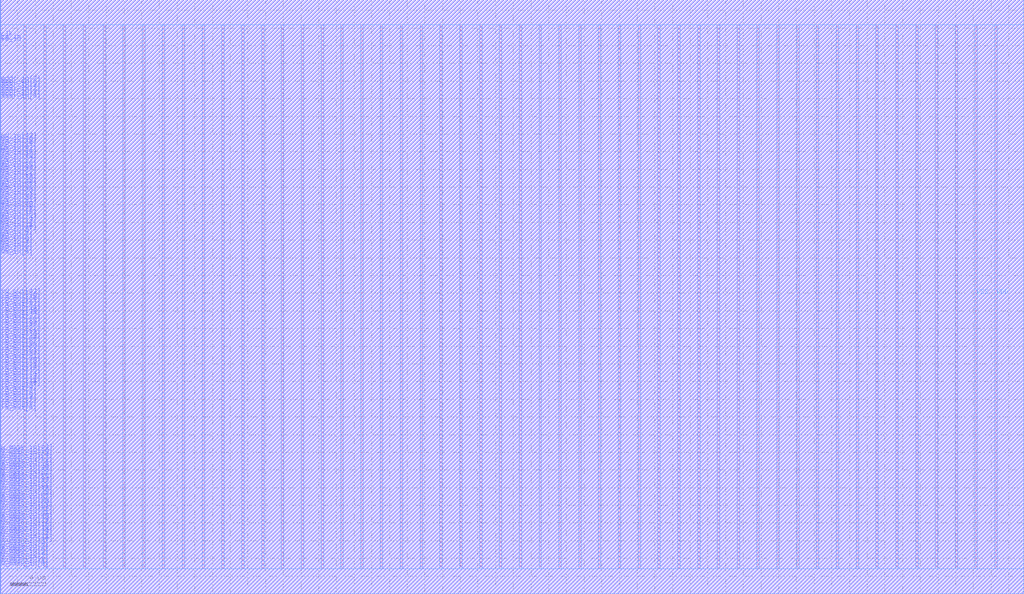
<source format=lef>
VERSION 5.7 ;
BUSBITCHARS "[]" ;
MACRO fakeram45_256x48_upper
  FOREIGN fakeram45_256x48_upper 0 0 ;
  SYMMETRY X Y R90 ;
  SIZE 115.710 BY 67.200 ;
  CLASS BLOCK ;
  PIN w_mask_in[0]
    DIRECTION INPUT ;
    USE SIGNAL ;
    SHAPE ABUTMENT ;
    PORT
      LAYER M3_m ;
      RECT 0.000 2.800 0.070 2.870 ;
    END
  END w_mask_in[0]
  PIN w_mask_in[1]
    DIRECTION INPUT ;
    USE SIGNAL ;
    SHAPE ABUTMENT ;
    PORT
      LAYER M3_m ;
      RECT 0.000 3.080 0.070 3.150 ;
    END
  END w_mask_in[1]
  PIN w_mask_in[2]
    DIRECTION INPUT ;
    USE SIGNAL ;
    SHAPE ABUTMENT ;
    PORT
      LAYER M3_m ;
      RECT 0.000 3.360 0.070 3.430 ;
    END
  END w_mask_in[2]
  PIN w_mask_in[3]
    DIRECTION INPUT ;
    USE SIGNAL ;
    SHAPE ABUTMENT ;
    PORT
      LAYER M3_m ;
      RECT 0.000 3.640 0.070 3.710 ;
    END
  END w_mask_in[3]
  PIN w_mask_in[4]
    DIRECTION INPUT ;
    USE SIGNAL ;
    SHAPE ABUTMENT ;
    PORT
      LAYER M3_m ;
      RECT 0.000 3.920 0.070 3.990 ;
    END
  END w_mask_in[4]
  PIN w_mask_in[5]
    DIRECTION INPUT ;
    USE SIGNAL ;
    SHAPE ABUTMENT ;
    PORT
      LAYER M3_m ;
      RECT 0.000 4.200 0.070 4.270 ;
    END
  END w_mask_in[5]
  PIN w_mask_in[6]
    DIRECTION INPUT ;
    USE SIGNAL ;
    SHAPE ABUTMENT ;
    PORT
      LAYER M3_m ;
      RECT 0.000 4.480 0.070 4.550 ;
    END
  END w_mask_in[6]
  PIN w_mask_in[7]
    DIRECTION INPUT ;
    USE SIGNAL ;
    SHAPE ABUTMENT ;
    PORT
      LAYER M3_m ;
      RECT 0.000 4.760 0.070 4.830 ;
    END
  END w_mask_in[7]
  PIN w_mask_in[8]
    DIRECTION INPUT ;
    USE SIGNAL ;
    SHAPE ABUTMENT ;
    PORT
      LAYER M3_m ;
      RECT 0.000 5.040 0.070 5.110 ;
    END
  END w_mask_in[8]
  PIN w_mask_in[9]
    DIRECTION INPUT ;
    USE SIGNAL ;
    SHAPE ABUTMENT ;
    PORT
      LAYER M3_m ;
      RECT 0.000 5.320 0.070 5.390 ;
    END
  END w_mask_in[9]
  PIN w_mask_in[10]
    DIRECTION INPUT ;
    USE SIGNAL ;
    SHAPE ABUTMENT ;
    PORT
      LAYER M3_m ;
      RECT 0.000 5.600 0.070 5.670 ;
    END
  END w_mask_in[10]
  PIN w_mask_in[11]
    DIRECTION INPUT ;
    USE SIGNAL ;
    SHAPE ABUTMENT ;
    PORT
      LAYER M3_m ;
      RECT 0.000 5.880 0.070 5.950 ;
    END
  END w_mask_in[11]
  PIN w_mask_in[12]
    DIRECTION INPUT ;
    USE SIGNAL ;
    SHAPE ABUTMENT ;
    PORT
      LAYER M3_m ;
      RECT 0.000 6.160 0.070 6.230 ;
    END
  END w_mask_in[12]
  PIN w_mask_in[13]
    DIRECTION INPUT ;
    USE SIGNAL ;
    SHAPE ABUTMENT ;
    PORT
      LAYER M3_m ;
      RECT 0.000 6.440 0.070 6.510 ;
    END
  END w_mask_in[13]
  PIN w_mask_in[14]
    DIRECTION INPUT ;
    USE SIGNAL ;
    SHAPE ABUTMENT ;
    PORT
      LAYER M3_m ;
      RECT 0.000 6.720 0.070 6.790 ;
    END
  END w_mask_in[14]
  PIN w_mask_in[15]
    DIRECTION INPUT ;
    USE SIGNAL ;
    SHAPE ABUTMENT ;
    PORT
      LAYER M3_m ;
      RECT 0.000 7.000 0.070 7.070 ;
    END
  END w_mask_in[15]
  PIN w_mask_in[16]
    DIRECTION INPUT ;
    USE SIGNAL ;
    SHAPE ABUTMENT ;
    PORT
      LAYER M3_m ;
      RECT 0.000 7.280 0.070 7.350 ;
    END
  END w_mask_in[16]
  PIN w_mask_in[17]
    DIRECTION INPUT ;
    USE SIGNAL ;
    SHAPE ABUTMENT ;
    PORT
      LAYER M3_m ;
      RECT 0.000 7.560 0.070 7.630 ;
    END
  END w_mask_in[17]
  PIN w_mask_in[18]
    DIRECTION INPUT ;
    USE SIGNAL ;
    SHAPE ABUTMENT ;
    PORT
      LAYER M3_m ;
      RECT 0.000 7.840 0.070 7.910 ;
    END
  END w_mask_in[18]
  PIN w_mask_in[19]
    DIRECTION INPUT ;
    USE SIGNAL ;
    SHAPE ABUTMENT ;
    PORT
      LAYER M3_m ;
      RECT 0.000 8.120 0.070 8.190 ;
    END
  END w_mask_in[19]
  PIN w_mask_in[20]
    DIRECTION INPUT ;
    USE SIGNAL ;
    SHAPE ABUTMENT ;
    PORT
      LAYER M3_m ;
      RECT 0.000 8.400 0.070 8.470 ;
    END
  END w_mask_in[20]
  PIN w_mask_in[21]
    DIRECTION INPUT ;
    USE SIGNAL ;
    SHAPE ABUTMENT ;
    PORT
      LAYER M3_m ;
      RECT 0.000 8.680 0.070 8.750 ;
    END
  END w_mask_in[21]
  PIN w_mask_in[22]
    DIRECTION INPUT ;
    USE SIGNAL ;
    SHAPE ABUTMENT ;
    PORT
      LAYER M3_m ;
      RECT 0.000 8.960 0.070 9.030 ;
    END
  END w_mask_in[22]
  PIN w_mask_in[23]
    DIRECTION INPUT ;
    USE SIGNAL ;
    SHAPE ABUTMENT ;
    PORT
      LAYER M3_m ;
      RECT 0.000 9.240 0.070 9.310 ;
    END
  END w_mask_in[23]
  PIN w_mask_in[24]
    DIRECTION INPUT ;
    USE SIGNAL ;
    SHAPE ABUTMENT ;
    PORT
      LAYER M3_m ;
      RECT 0.000 9.520 0.070 9.590 ;
    END
  END w_mask_in[24]
  PIN w_mask_in[25]
    DIRECTION INPUT ;
    USE SIGNAL ;
    SHAPE ABUTMENT ;
    PORT
      LAYER M3_m ;
      RECT 0.000 9.800 0.070 9.870 ;
    END
  END w_mask_in[25]
  PIN w_mask_in[26]
    DIRECTION INPUT ;
    USE SIGNAL ;
    SHAPE ABUTMENT ;
    PORT
      LAYER M3_m ;
      RECT 0.000 10.080 0.070 10.150 ;
    END
  END w_mask_in[26]
  PIN w_mask_in[27]
    DIRECTION INPUT ;
    USE SIGNAL ;
    SHAPE ABUTMENT ;
    PORT
      LAYER M3_m ;
      RECT 0.000 10.360 0.070 10.430 ;
    END
  END w_mask_in[27]
  PIN w_mask_in[28]
    DIRECTION INPUT ;
    USE SIGNAL ;
    SHAPE ABUTMENT ;
    PORT
      LAYER M3_m ;
      RECT 0.000 10.640 0.070 10.710 ;
    END
  END w_mask_in[28]
  PIN w_mask_in[29]
    DIRECTION INPUT ;
    USE SIGNAL ;
    SHAPE ABUTMENT ;
    PORT
      LAYER M3_m ;
      RECT 0.000 10.920 0.070 10.990 ;
    END
  END w_mask_in[29]
  PIN w_mask_in[30]
    DIRECTION INPUT ;
    USE SIGNAL ;
    SHAPE ABUTMENT ;
    PORT
      LAYER M3_m ;
      RECT 0.000 11.200 0.070 11.270 ;
    END
  END w_mask_in[30]
  PIN w_mask_in[31]
    DIRECTION INPUT ;
    USE SIGNAL ;
    SHAPE ABUTMENT ;
    PORT
      LAYER M3_m ;
      RECT 0.000 11.480 0.070 11.550 ;
    END
  END w_mask_in[31]
  PIN w_mask_in[32]
    DIRECTION INPUT ;
    USE SIGNAL ;
    SHAPE ABUTMENT ;
    PORT
      LAYER M3_m ;
      RECT 0.000 11.760 0.070 11.830 ;
    END
  END w_mask_in[32]
  PIN w_mask_in[33]
    DIRECTION INPUT ;
    USE SIGNAL ;
    SHAPE ABUTMENT ;
    PORT
      LAYER M3_m ;
      RECT 0.000 12.040 0.070 12.110 ;
    END
  END w_mask_in[33]
  PIN w_mask_in[34]
    DIRECTION INPUT ;
    USE SIGNAL ;
    SHAPE ABUTMENT ;
    PORT
      LAYER M3_m ;
      RECT 0.000 12.320 0.070 12.390 ;
    END
  END w_mask_in[34]
  PIN w_mask_in[35]
    DIRECTION INPUT ;
    USE SIGNAL ;
    SHAPE ABUTMENT ;
    PORT
      LAYER M3_m ;
      RECT 0.000 12.600 0.070 12.670 ;
    END
  END w_mask_in[35]
  PIN w_mask_in[36]
    DIRECTION INPUT ;
    USE SIGNAL ;
    SHAPE ABUTMENT ;
    PORT
      LAYER M3_m ;
      RECT 0.000 12.880 0.070 12.950 ;
    END
  END w_mask_in[36]
  PIN w_mask_in[37]
    DIRECTION INPUT ;
    USE SIGNAL ;
    SHAPE ABUTMENT ;
    PORT
      LAYER M3_m ;
      RECT 0.000 13.160 0.070 13.230 ;
    END
  END w_mask_in[37]
  PIN w_mask_in[38]
    DIRECTION INPUT ;
    USE SIGNAL ;
    SHAPE ABUTMENT ;
    PORT
      LAYER M3_m ;
      RECT 0.000 13.440 0.070 13.510 ;
    END
  END w_mask_in[38]
  PIN w_mask_in[39]
    DIRECTION INPUT ;
    USE SIGNAL ;
    SHAPE ABUTMENT ;
    PORT
      LAYER M3_m ;
      RECT 0.000 13.720 0.070 13.790 ;
    END
  END w_mask_in[39]
  PIN w_mask_in[40]
    DIRECTION INPUT ;
    USE SIGNAL ;
    SHAPE ABUTMENT ;
    PORT
      LAYER M3_m ;
      RECT 0.000 14.000 0.070 14.070 ;
    END
  END w_mask_in[40]
  PIN w_mask_in[41]
    DIRECTION INPUT ;
    USE SIGNAL ;
    SHAPE ABUTMENT ;
    PORT
      LAYER M3_m ;
      RECT 0.000 14.280 0.070 14.350 ;
    END
  END w_mask_in[41]
  PIN w_mask_in[42]
    DIRECTION INPUT ;
    USE SIGNAL ;
    SHAPE ABUTMENT ;
    PORT
      LAYER M3_m ;
      RECT 0.000 14.560 0.070 14.630 ;
    END
  END w_mask_in[42]
  PIN w_mask_in[43]
    DIRECTION INPUT ;
    USE SIGNAL ;
    SHAPE ABUTMENT ;
    PORT
      LAYER M3_m ;
      RECT 0.000 14.840 0.070 14.910 ;
    END
  END w_mask_in[43]
  PIN w_mask_in[44]
    DIRECTION INPUT ;
    USE SIGNAL ;
    SHAPE ABUTMENT ;
    PORT
      LAYER M3_m ;
      RECT 0.000 15.120 0.070 15.190 ;
    END
  END w_mask_in[44]
  PIN w_mask_in[45]
    DIRECTION INPUT ;
    USE SIGNAL ;
    SHAPE ABUTMENT ;
    PORT
      LAYER M3_m ;
      RECT 0.000 15.400 0.070 15.470 ;
    END
  END w_mask_in[45]
  PIN w_mask_in[46]
    DIRECTION INPUT ;
    USE SIGNAL ;
    SHAPE ABUTMENT ;
    PORT
      LAYER M3_m ;
      RECT 0.000 15.680 0.070 15.750 ;
    END
  END w_mask_in[46]
  PIN w_mask_in[47]
    DIRECTION INPUT ;
    USE SIGNAL ;
    SHAPE ABUTMENT ;
    PORT
      LAYER M3_m ;
      RECT 0.000 15.960 0.070 16.030 ;
    END
  END w_mask_in[47]
  PIN rd_out[0]
    DIRECTION OUTPUT ;
    USE SIGNAL ;
    SHAPE ABUTMENT ;
    PORT
      LAYER M3_m ;
      RECT 0.000 20.440 0.070 20.510 ;
    END
  END rd_out[0]
  PIN rd_out[1]
    DIRECTION OUTPUT ;
    USE SIGNAL ;
    SHAPE ABUTMENT ;
    PORT
      LAYER M3_m ;
      RECT 0.000 20.720 0.070 20.790 ;
    END
  END rd_out[1]
  PIN rd_out[2]
    DIRECTION OUTPUT ;
    USE SIGNAL ;
    SHAPE ABUTMENT ;
    PORT
      LAYER M3_m ;
      RECT 0.000 21.000 0.070 21.070 ;
    END
  END rd_out[2]
  PIN rd_out[3]
    DIRECTION OUTPUT ;
    USE SIGNAL ;
    SHAPE ABUTMENT ;
    PORT
      LAYER M3_m ;
      RECT 0.000 21.280 0.070 21.350 ;
    END
  END rd_out[3]
  PIN rd_out[4]
    DIRECTION OUTPUT ;
    USE SIGNAL ;
    SHAPE ABUTMENT ;
    PORT
      LAYER M3_m ;
      RECT 0.000 21.560 0.070 21.630 ;
    END
  END rd_out[4]
  PIN rd_out[5]
    DIRECTION OUTPUT ;
    USE SIGNAL ;
    SHAPE ABUTMENT ;
    PORT
      LAYER M3_m ;
      RECT 0.000 21.840 0.070 21.910 ;
    END
  END rd_out[5]
  PIN rd_out[6]
    DIRECTION OUTPUT ;
    USE SIGNAL ;
    SHAPE ABUTMENT ;
    PORT
      LAYER M3_m ;
      RECT 0.000 22.120 0.070 22.190 ;
    END
  END rd_out[6]
  PIN rd_out[7]
    DIRECTION OUTPUT ;
    USE SIGNAL ;
    SHAPE ABUTMENT ;
    PORT
      LAYER M3_m ;
      RECT 0.000 22.400 0.070 22.470 ;
    END
  END rd_out[7]
  PIN rd_out[8]
    DIRECTION OUTPUT ;
    USE SIGNAL ;
    SHAPE ABUTMENT ;
    PORT
      LAYER M3_m ;
      RECT 0.000 22.680 0.070 22.750 ;
    END
  END rd_out[8]
  PIN rd_out[9]
    DIRECTION OUTPUT ;
    USE SIGNAL ;
    SHAPE ABUTMENT ;
    PORT
      LAYER M3_m ;
      RECT 0.000 22.960 0.070 23.030 ;
    END
  END rd_out[9]
  PIN rd_out[10]
    DIRECTION OUTPUT ;
    USE SIGNAL ;
    SHAPE ABUTMENT ;
    PORT
      LAYER M3_m ;
      RECT 0.000 23.240 0.070 23.310 ;
    END
  END rd_out[10]
  PIN rd_out[11]
    DIRECTION OUTPUT ;
    USE SIGNAL ;
    SHAPE ABUTMENT ;
    PORT
      LAYER M3_m ;
      RECT 0.000 23.520 0.070 23.590 ;
    END
  END rd_out[11]
  PIN rd_out[12]
    DIRECTION OUTPUT ;
    USE SIGNAL ;
    SHAPE ABUTMENT ;
    PORT
      LAYER M3_m ;
      RECT 0.000 23.800 0.070 23.870 ;
    END
  END rd_out[12]
  PIN rd_out[13]
    DIRECTION OUTPUT ;
    USE SIGNAL ;
    SHAPE ABUTMENT ;
    PORT
      LAYER M3_m ;
      RECT 0.000 24.080 0.070 24.150 ;
    END
  END rd_out[13]
  PIN rd_out[14]
    DIRECTION OUTPUT ;
    USE SIGNAL ;
    SHAPE ABUTMENT ;
    PORT
      LAYER M3_m ;
      RECT 0.000 24.360 0.070 24.430 ;
    END
  END rd_out[14]
  PIN rd_out[15]
    DIRECTION OUTPUT ;
    USE SIGNAL ;
    SHAPE ABUTMENT ;
    PORT
      LAYER M3_m ;
      RECT 0.000 24.640 0.070 24.710 ;
    END
  END rd_out[15]
  PIN rd_out[16]
    DIRECTION OUTPUT ;
    USE SIGNAL ;
    SHAPE ABUTMENT ;
    PORT
      LAYER M3_m ;
      RECT 0.000 24.920 0.070 24.990 ;
    END
  END rd_out[16]
  PIN rd_out[17]
    DIRECTION OUTPUT ;
    USE SIGNAL ;
    SHAPE ABUTMENT ;
    PORT
      LAYER M3_m ;
      RECT 0.000 25.200 0.070 25.270 ;
    END
  END rd_out[17]
  PIN rd_out[18]
    DIRECTION OUTPUT ;
    USE SIGNAL ;
    SHAPE ABUTMENT ;
    PORT
      LAYER M3_m ;
      RECT 0.000 25.480 0.070 25.550 ;
    END
  END rd_out[18]
  PIN rd_out[19]
    DIRECTION OUTPUT ;
    USE SIGNAL ;
    SHAPE ABUTMENT ;
    PORT
      LAYER M3_m ;
      RECT 0.000 25.760 0.070 25.830 ;
    END
  END rd_out[19]
  PIN rd_out[20]
    DIRECTION OUTPUT ;
    USE SIGNAL ;
    SHAPE ABUTMENT ;
    PORT
      LAYER M3_m ;
      RECT 0.000 26.040 0.070 26.110 ;
    END
  END rd_out[20]
  PIN rd_out[21]
    DIRECTION OUTPUT ;
    USE SIGNAL ;
    SHAPE ABUTMENT ;
    PORT
      LAYER M3_m ;
      RECT 0.000 26.320 0.070 26.390 ;
    END
  END rd_out[21]
  PIN rd_out[22]
    DIRECTION OUTPUT ;
    USE SIGNAL ;
    SHAPE ABUTMENT ;
    PORT
      LAYER M3_m ;
      RECT 0.000 26.600 0.070 26.670 ;
    END
  END rd_out[22]
  PIN rd_out[23]
    DIRECTION OUTPUT ;
    USE SIGNAL ;
    SHAPE ABUTMENT ;
    PORT
      LAYER M3_m ;
      RECT 0.000 26.880 0.070 26.950 ;
    END
  END rd_out[23]
  PIN rd_out[24]
    DIRECTION OUTPUT ;
    USE SIGNAL ;
    SHAPE ABUTMENT ;
    PORT
      LAYER M3_m ;
      RECT 0.000 27.160 0.070 27.230 ;
    END
  END rd_out[24]
  PIN rd_out[25]
    DIRECTION OUTPUT ;
    USE SIGNAL ;
    SHAPE ABUTMENT ;
    PORT
      LAYER M3_m ;
      RECT 0.000 27.440 0.070 27.510 ;
    END
  END rd_out[25]
  PIN rd_out[26]
    DIRECTION OUTPUT ;
    USE SIGNAL ;
    SHAPE ABUTMENT ;
    PORT
      LAYER M3_m ;
      RECT 0.000 27.720 0.070 27.790 ;
    END
  END rd_out[26]
  PIN rd_out[27]
    DIRECTION OUTPUT ;
    USE SIGNAL ;
    SHAPE ABUTMENT ;
    PORT
      LAYER M3_m ;
      RECT 0.000 28.000 0.070 28.070 ;
    END
  END rd_out[27]
  PIN rd_out[28]
    DIRECTION OUTPUT ;
    USE SIGNAL ;
    SHAPE ABUTMENT ;
    PORT
      LAYER M3_m ;
      RECT 0.000 28.280 0.070 28.350 ;
    END
  END rd_out[28]
  PIN rd_out[29]
    DIRECTION OUTPUT ;
    USE SIGNAL ;
    SHAPE ABUTMENT ;
    PORT
      LAYER M3_m ;
      RECT 0.000 28.560 0.070 28.630 ;
    END
  END rd_out[29]
  PIN rd_out[30]
    DIRECTION OUTPUT ;
    USE SIGNAL ;
    SHAPE ABUTMENT ;
    PORT
      LAYER M3_m ;
      RECT 0.000 28.840 0.070 28.910 ;
    END
  END rd_out[30]
  PIN rd_out[31]
    DIRECTION OUTPUT ;
    USE SIGNAL ;
    SHAPE ABUTMENT ;
    PORT
      LAYER M3_m ;
      RECT 0.000 29.120 0.070 29.190 ;
    END
  END rd_out[31]
  PIN rd_out[32]
    DIRECTION OUTPUT ;
    USE SIGNAL ;
    SHAPE ABUTMENT ;
    PORT
      LAYER M3_m ;
      RECT 0.000 29.400 0.070 29.470 ;
    END
  END rd_out[32]
  PIN rd_out[33]
    DIRECTION OUTPUT ;
    USE SIGNAL ;
    SHAPE ABUTMENT ;
    PORT
      LAYER M3_m ;
      RECT 0.000 29.680 0.070 29.750 ;
    END
  END rd_out[33]
  PIN rd_out[34]
    DIRECTION OUTPUT ;
    USE SIGNAL ;
    SHAPE ABUTMENT ;
    PORT
      LAYER M3_m ;
      RECT 0.000 29.960 0.070 30.030 ;
    END
  END rd_out[34]
  PIN rd_out[35]
    DIRECTION OUTPUT ;
    USE SIGNAL ;
    SHAPE ABUTMENT ;
    PORT
      LAYER M3_m ;
      RECT 0.000 30.240 0.070 30.310 ;
    END
  END rd_out[35]
  PIN rd_out[36]
    DIRECTION OUTPUT ;
    USE SIGNAL ;
    SHAPE ABUTMENT ;
    PORT
      LAYER M3_m ;
      RECT 0.000 30.520 0.070 30.590 ;
    END
  END rd_out[36]
  PIN rd_out[37]
    DIRECTION OUTPUT ;
    USE SIGNAL ;
    SHAPE ABUTMENT ;
    PORT
      LAYER M3_m ;
      RECT 0.000 30.800 0.070 30.870 ;
    END
  END rd_out[37]
  PIN rd_out[38]
    DIRECTION OUTPUT ;
    USE SIGNAL ;
    SHAPE ABUTMENT ;
    PORT
      LAYER M3_m ;
      RECT 0.000 31.080 0.070 31.150 ;
    END
  END rd_out[38]
  PIN rd_out[39]
    DIRECTION OUTPUT ;
    USE SIGNAL ;
    SHAPE ABUTMENT ;
    PORT
      LAYER M3_m ;
      RECT 0.000 31.360 0.070 31.430 ;
    END
  END rd_out[39]
  PIN rd_out[40]
    DIRECTION OUTPUT ;
    USE SIGNAL ;
    SHAPE ABUTMENT ;
    PORT
      LAYER M3_m ;
      RECT 0.000 31.640 0.070 31.710 ;
    END
  END rd_out[40]
  PIN rd_out[41]
    DIRECTION OUTPUT ;
    USE SIGNAL ;
    SHAPE ABUTMENT ;
    PORT
      LAYER M3_m ;
      RECT 0.000 31.920 0.070 31.990 ;
    END
  END rd_out[41]
  PIN rd_out[42]
    DIRECTION OUTPUT ;
    USE SIGNAL ;
    SHAPE ABUTMENT ;
    PORT
      LAYER M3_m ;
      RECT 0.000 32.200 0.070 32.270 ;
    END
  END rd_out[42]
  PIN rd_out[43]
    DIRECTION OUTPUT ;
    USE SIGNAL ;
    SHAPE ABUTMENT ;
    PORT
      LAYER M3_m ;
      RECT 0.000 32.480 0.070 32.550 ;
    END
  END rd_out[43]
  PIN rd_out[44]
    DIRECTION OUTPUT ;
    USE SIGNAL ;
    SHAPE ABUTMENT ;
    PORT
      LAYER M3_m ;
      RECT 0.000 32.760 0.070 32.830 ;
    END
  END rd_out[44]
  PIN rd_out[45]
    DIRECTION OUTPUT ;
    USE SIGNAL ;
    SHAPE ABUTMENT ;
    PORT
      LAYER M3_m ;
      RECT 0.000 33.040 0.070 33.110 ;
    END
  END rd_out[45]
  PIN rd_out[46]
    DIRECTION OUTPUT ;
    USE SIGNAL ;
    SHAPE ABUTMENT ;
    PORT
      LAYER M3_m ;
      RECT 0.000 33.320 0.070 33.390 ;
    END
  END rd_out[46]
  PIN rd_out[47]
    DIRECTION OUTPUT ;
    USE SIGNAL ;
    SHAPE ABUTMENT ;
    PORT
      LAYER M3_m ;
      RECT 0.000 33.600 0.070 33.670 ;
    END
  END rd_out[47]
  PIN wd_in[0]
    DIRECTION INPUT ;
    USE SIGNAL ;
    SHAPE ABUTMENT ;
    PORT
      LAYER M3_m ;
      RECT 0.000 38.080 0.070 38.150 ;
    END
  END wd_in[0]
  PIN wd_in[1]
    DIRECTION INPUT ;
    USE SIGNAL ;
    SHAPE ABUTMENT ;
    PORT
      LAYER M3_m ;
      RECT 0.000 38.360 0.070 38.430 ;
    END
  END wd_in[1]
  PIN wd_in[2]
    DIRECTION INPUT ;
    USE SIGNAL ;
    SHAPE ABUTMENT ;
    PORT
      LAYER M3_m ;
      RECT 0.000 38.640 0.070 38.710 ;
    END
  END wd_in[2]
  PIN wd_in[3]
    DIRECTION INPUT ;
    USE SIGNAL ;
    SHAPE ABUTMENT ;
    PORT
      LAYER M3_m ;
      RECT 0.000 38.920 0.070 38.990 ;
    END
  END wd_in[3]
  PIN wd_in[4]
    DIRECTION INPUT ;
    USE SIGNAL ;
    SHAPE ABUTMENT ;
    PORT
      LAYER M3_m ;
      RECT 0.000 39.200 0.070 39.270 ;
    END
  END wd_in[4]
  PIN wd_in[5]
    DIRECTION INPUT ;
    USE SIGNAL ;
    SHAPE ABUTMENT ;
    PORT
      LAYER M3_m ;
      RECT 0.000 39.480 0.070 39.550 ;
    END
  END wd_in[5]
  PIN wd_in[6]
    DIRECTION INPUT ;
    USE SIGNAL ;
    SHAPE ABUTMENT ;
    PORT
      LAYER M3_m ;
      RECT 0.000 39.760 0.070 39.830 ;
    END
  END wd_in[6]
  PIN wd_in[7]
    DIRECTION INPUT ;
    USE SIGNAL ;
    SHAPE ABUTMENT ;
    PORT
      LAYER M3_m ;
      RECT 0.000 40.040 0.070 40.110 ;
    END
  END wd_in[7]
  PIN wd_in[8]
    DIRECTION INPUT ;
    USE SIGNAL ;
    SHAPE ABUTMENT ;
    PORT
      LAYER M3_m ;
      RECT 0.000 40.320 0.070 40.390 ;
    END
  END wd_in[8]
  PIN wd_in[9]
    DIRECTION INPUT ;
    USE SIGNAL ;
    SHAPE ABUTMENT ;
    PORT
      LAYER M3_m ;
      RECT 0.000 40.600 0.070 40.670 ;
    END
  END wd_in[9]
  PIN wd_in[10]
    DIRECTION INPUT ;
    USE SIGNAL ;
    SHAPE ABUTMENT ;
    PORT
      LAYER M3_m ;
      RECT 0.000 40.880 0.070 40.950 ;
    END
  END wd_in[10]
  PIN wd_in[11]
    DIRECTION INPUT ;
    USE SIGNAL ;
    SHAPE ABUTMENT ;
    PORT
      LAYER M3_m ;
      RECT 0.000 41.160 0.070 41.230 ;
    END
  END wd_in[11]
  PIN wd_in[12]
    DIRECTION INPUT ;
    USE SIGNAL ;
    SHAPE ABUTMENT ;
    PORT
      LAYER M3_m ;
      RECT 0.000 41.440 0.070 41.510 ;
    END
  END wd_in[12]
  PIN wd_in[13]
    DIRECTION INPUT ;
    USE SIGNAL ;
    SHAPE ABUTMENT ;
    PORT
      LAYER M3_m ;
      RECT 0.000 41.720 0.070 41.790 ;
    END
  END wd_in[13]
  PIN wd_in[14]
    DIRECTION INPUT ;
    USE SIGNAL ;
    SHAPE ABUTMENT ;
    PORT
      LAYER M3_m ;
      RECT 0.000 42.000 0.070 42.070 ;
    END
  END wd_in[14]
  PIN wd_in[15]
    DIRECTION INPUT ;
    USE SIGNAL ;
    SHAPE ABUTMENT ;
    PORT
      LAYER M3_m ;
      RECT 0.000 42.280 0.070 42.350 ;
    END
  END wd_in[15]
  PIN wd_in[16]
    DIRECTION INPUT ;
    USE SIGNAL ;
    SHAPE ABUTMENT ;
    PORT
      LAYER M3_m ;
      RECT 0.000 42.560 0.070 42.630 ;
    END
  END wd_in[16]
  PIN wd_in[17]
    DIRECTION INPUT ;
    USE SIGNAL ;
    SHAPE ABUTMENT ;
    PORT
      LAYER M3_m ;
      RECT 0.000 42.840 0.070 42.910 ;
    END
  END wd_in[17]
  PIN wd_in[18]
    DIRECTION INPUT ;
    USE SIGNAL ;
    SHAPE ABUTMENT ;
    PORT
      LAYER M3_m ;
      RECT 0.000 43.120 0.070 43.190 ;
    END
  END wd_in[18]
  PIN wd_in[19]
    DIRECTION INPUT ;
    USE SIGNAL ;
    SHAPE ABUTMENT ;
    PORT
      LAYER M3_m ;
      RECT 0.000 43.400 0.070 43.470 ;
    END
  END wd_in[19]
  PIN wd_in[20]
    DIRECTION INPUT ;
    USE SIGNAL ;
    SHAPE ABUTMENT ;
    PORT
      LAYER M3_m ;
      RECT 0.000 43.680 0.070 43.750 ;
    END
  END wd_in[20]
  PIN wd_in[21]
    DIRECTION INPUT ;
    USE SIGNAL ;
    SHAPE ABUTMENT ;
    PORT
      LAYER M3_m ;
      RECT 0.000 43.960 0.070 44.030 ;
    END
  END wd_in[21]
  PIN wd_in[22]
    DIRECTION INPUT ;
    USE SIGNAL ;
    SHAPE ABUTMENT ;
    PORT
      LAYER M3_m ;
      RECT 0.000 44.240 0.070 44.310 ;
    END
  END wd_in[22]
  PIN wd_in[23]
    DIRECTION INPUT ;
    USE SIGNAL ;
    SHAPE ABUTMENT ;
    PORT
      LAYER M3_m ;
      RECT 0.000 44.520 0.070 44.590 ;
    END
  END wd_in[23]
  PIN wd_in[24]
    DIRECTION INPUT ;
    USE SIGNAL ;
    SHAPE ABUTMENT ;
    PORT
      LAYER M3_m ;
      RECT 0.000 44.800 0.070 44.870 ;
    END
  END wd_in[24]
  PIN wd_in[25]
    DIRECTION INPUT ;
    USE SIGNAL ;
    SHAPE ABUTMENT ;
    PORT
      LAYER M3_m ;
      RECT 0.000 45.080 0.070 45.150 ;
    END
  END wd_in[25]
  PIN wd_in[26]
    DIRECTION INPUT ;
    USE SIGNAL ;
    SHAPE ABUTMENT ;
    PORT
      LAYER M3_m ;
      RECT 0.000 45.360 0.070 45.430 ;
    END
  END wd_in[26]
  PIN wd_in[27]
    DIRECTION INPUT ;
    USE SIGNAL ;
    SHAPE ABUTMENT ;
    PORT
      LAYER M3_m ;
      RECT 0.000 45.640 0.070 45.710 ;
    END
  END wd_in[27]
  PIN wd_in[28]
    DIRECTION INPUT ;
    USE SIGNAL ;
    SHAPE ABUTMENT ;
    PORT
      LAYER M3_m ;
      RECT 0.000 45.920 0.070 45.990 ;
    END
  END wd_in[28]
  PIN wd_in[29]
    DIRECTION INPUT ;
    USE SIGNAL ;
    SHAPE ABUTMENT ;
    PORT
      LAYER M3_m ;
      RECT 0.000 46.200 0.070 46.270 ;
    END
  END wd_in[29]
  PIN wd_in[30]
    DIRECTION INPUT ;
    USE SIGNAL ;
    SHAPE ABUTMENT ;
    PORT
      LAYER M3_m ;
      RECT 0.000 46.480 0.070 46.550 ;
    END
  END wd_in[30]
  PIN wd_in[31]
    DIRECTION INPUT ;
    USE SIGNAL ;
    SHAPE ABUTMENT ;
    PORT
      LAYER M3_m ;
      RECT 0.000 46.760 0.070 46.830 ;
    END
  END wd_in[31]
  PIN wd_in[32]
    DIRECTION INPUT ;
    USE SIGNAL ;
    SHAPE ABUTMENT ;
    PORT
      LAYER M3_m ;
      RECT 0.000 47.040 0.070 47.110 ;
    END
  END wd_in[32]
  PIN wd_in[33]
    DIRECTION INPUT ;
    USE SIGNAL ;
    SHAPE ABUTMENT ;
    PORT
      LAYER M3_m ;
      RECT 0.000 47.320 0.070 47.390 ;
    END
  END wd_in[33]
  PIN wd_in[34]
    DIRECTION INPUT ;
    USE SIGNAL ;
    SHAPE ABUTMENT ;
    PORT
      LAYER M3_m ;
      RECT 0.000 47.600 0.070 47.670 ;
    END
  END wd_in[34]
  PIN wd_in[35]
    DIRECTION INPUT ;
    USE SIGNAL ;
    SHAPE ABUTMENT ;
    PORT
      LAYER M3_m ;
      RECT 0.000 47.880 0.070 47.950 ;
    END
  END wd_in[35]
  PIN wd_in[36]
    DIRECTION INPUT ;
    USE SIGNAL ;
    SHAPE ABUTMENT ;
    PORT
      LAYER M3_m ;
      RECT 0.000 48.160 0.070 48.230 ;
    END
  END wd_in[36]
  PIN wd_in[37]
    DIRECTION INPUT ;
    USE SIGNAL ;
    SHAPE ABUTMENT ;
    PORT
      LAYER M3_m ;
      RECT 0.000 48.440 0.070 48.510 ;
    END
  END wd_in[37]
  PIN wd_in[38]
    DIRECTION INPUT ;
    USE SIGNAL ;
    SHAPE ABUTMENT ;
    PORT
      LAYER M3_m ;
      RECT 0.000 48.720 0.070 48.790 ;
    END
  END wd_in[38]
  PIN wd_in[39]
    DIRECTION INPUT ;
    USE SIGNAL ;
    SHAPE ABUTMENT ;
    PORT
      LAYER M3_m ;
      RECT 0.000 49.000 0.070 49.070 ;
    END
  END wd_in[39]
  PIN wd_in[40]
    DIRECTION INPUT ;
    USE SIGNAL ;
    SHAPE ABUTMENT ;
    PORT
      LAYER M3_m ;
      RECT 0.000 49.280 0.070 49.350 ;
    END
  END wd_in[40]
  PIN wd_in[41]
    DIRECTION INPUT ;
    USE SIGNAL ;
    SHAPE ABUTMENT ;
    PORT
      LAYER M3_m ;
      RECT 0.000 49.560 0.070 49.630 ;
    END
  END wd_in[41]
  PIN wd_in[42]
    DIRECTION INPUT ;
    USE SIGNAL ;
    SHAPE ABUTMENT ;
    PORT
      LAYER M3_m ;
      RECT 0.000 49.840 0.070 49.910 ;
    END
  END wd_in[42]
  PIN wd_in[43]
    DIRECTION INPUT ;
    USE SIGNAL ;
    SHAPE ABUTMENT ;
    PORT
      LAYER M3_m ;
      RECT 0.000 50.120 0.070 50.190 ;
    END
  END wd_in[43]
  PIN wd_in[44]
    DIRECTION INPUT ;
    USE SIGNAL ;
    SHAPE ABUTMENT ;
    PORT
      LAYER M3_m ;
      RECT 0.000 50.400 0.070 50.470 ;
    END
  END wd_in[44]
  PIN wd_in[45]
    DIRECTION INPUT ;
    USE SIGNAL ;
    SHAPE ABUTMENT ;
    PORT
      LAYER M3_m ;
      RECT 0.000 50.680 0.070 50.750 ;
    END
  END wd_in[45]
  PIN wd_in[46]
    DIRECTION INPUT ;
    USE SIGNAL ;
    SHAPE ABUTMENT ;
    PORT
      LAYER M3_m ;
      RECT 0.000 50.960 0.070 51.030 ;
    END
  END wd_in[46]
  PIN wd_in[47]
    DIRECTION INPUT ;
    USE SIGNAL ;
    SHAPE ABUTMENT ;
    PORT
      LAYER M3_m ;
      RECT 0.000 51.240 0.070 51.310 ;
    END
  END wd_in[47]
  PIN addr_in[0]
    DIRECTION INPUT ;
    USE SIGNAL ;
    SHAPE ABUTMENT ;
    PORT
      LAYER M3_m ;
      RECT 0.000 55.720 0.070 55.790 ;
    END
  END addr_in[0]
  PIN addr_in[1]
    DIRECTION INPUT ;
    USE SIGNAL ;
    SHAPE ABUTMENT ;
    PORT
      LAYER M3_m ;
      RECT 0.000 56.000 0.070 56.070 ;
    END
  END addr_in[1]
  PIN addr_in[2]
    DIRECTION INPUT ;
    USE SIGNAL ;
    SHAPE ABUTMENT ;
    PORT
      LAYER M3_m ;
      RECT 0.000 56.280 0.070 56.350 ;
    END
  END addr_in[2]
  PIN addr_in[3]
    DIRECTION INPUT ;
    USE SIGNAL ;
    SHAPE ABUTMENT ;
    PORT
      LAYER M3_m ;
      RECT 0.000 56.560 0.070 56.630 ;
    END
  END addr_in[3]
  PIN addr_in[4]
    DIRECTION INPUT ;
    USE SIGNAL ;
    SHAPE ABUTMENT ;
    PORT
      LAYER M3_m ;
      RECT 0.000 56.840 0.070 56.910 ;
    END
  END addr_in[4]
  PIN addr_in[5]
    DIRECTION INPUT ;
    USE SIGNAL ;
    SHAPE ABUTMENT ;
    PORT
      LAYER M3_m ;
      RECT 0.000 57.120 0.070 57.190 ;
    END
  END addr_in[5]
  PIN addr_in[6]
    DIRECTION INPUT ;
    USE SIGNAL ;
    SHAPE ABUTMENT ;
    PORT
      LAYER M3_m ;
      RECT 0.000 57.400 0.070 57.470 ;
    END
  END addr_in[6]
  PIN addr_in[7]
    DIRECTION INPUT ;
    USE SIGNAL ;
    SHAPE ABUTMENT ;
    PORT
      LAYER M3_m ;
      RECT 0.000 57.680 0.070 57.750 ;
    END
  END addr_in[7]
  PIN we_in
    DIRECTION INPUT ;
    USE SIGNAL ;
    SHAPE ABUTMENT ;
    PORT
      LAYER M3_m ;
      RECT 0.000 62.160 0.070 62.230 ;
    END
  END we_in
  PIN ce_in
    DIRECTION INPUT ;
    USE SIGNAL ;
    SHAPE ABUTMENT ;
    PORT
      LAYER M3_m ;
      RECT 0.000 62.440 0.070 62.510 ;
    END
  END ce_in
  PIN clk
    DIRECTION INPUT ;
    USE SIGNAL ;
    SHAPE ABUTMENT ;
    PORT
      LAYER M3_m ;
      RECT 0.000 62.720 0.070 62.790 ;
    END
  END clk
  PIN VSS
    DIRECTION INOUT ;
    USE GROUND ;
    PORT
      LAYER M4_m ;
      RECT 2.660 2.800 2.940 64.400 ;
      RECT 7.140 2.800 7.420 64.400 ;
      RECT 11.620 2.800 11.900 64.400 ;
      RECT 16.100 2.800 16.380 64.400 ;
      RECT 20.580 2.800 20.860 64.400 ;
      RECT 25.060 2.800 25.340 64.400 ;
      RECT 29.540 2.800 29.820 64.400 ;
      RECT 34.020 2.800 34.300 64.400 ;
      RECT 38.500 2.800 38.780 64.400 ;
      RECT 42.980 2.800 43.260 64.400 ;
      RECT 47.460 2.800 47.740 64.400 ;
      RECT 51.940 2.800 52.220 64.400 ;
      RECT 56.420 2.800 56.700 64.400 ;
      RECT 60.900 2.800 61.180 64.400 ;
      RECT 65.380 2.800 65.660 64.400 ;
      RECT 69.860 2.800 70.140 64.400 ;
      RECT 74.340 2.800 74.620 64.400 ;
      RECT 78.820 2.800 79.100 64.400 ;
      RECT 83.300 2.800 83.580 64.400 ;
      RECT 87.780 2.800 88.060 64.400 ;
      RECT 92.260 2.800 92.540 64.400 ;
      RECT 96.740 2.800 97.020 64.400 ;
      RECT 101.220 2.800 101.500 64.400 ;
      RECT 105.700 2.800 105.980 64.400 ;
      RECT 110.180 2.800 110.460 64.400 ;
    END
  END VSS
  PIN VDD
    DIRECTION INOUT ;
    USE POWER ;
    PORT
      LAYER M4_m ;
      RECT 4.900 2.800 5.180 64.400 ;
      RECT 9.380 2.800 9.660 64.400 ;
      RECT 13.860 2.800 14.140 64.400 ;
      RECT 18.340 2.800 18.620 64.400 ;
      RECT 22.820 2.800 23.100 64.400 ;
      RECT 27.300 2.800 27.580 64.400 ;
      RECT 31.780 2.800 32.060 64.400 ;
      RECT 36.260 2.800 36.540 64.400 ;
      RECT 40.740 2.800 41.020 64.400 ;
      RECT 45.220 2.800 45.500 64.400 ;
      RECT 49.700 2.800 49.980 64.400 ;
      RECT 54.180 2.800 54.460 64.400 ;
      RECT 58.660 2.800 58.940 64.400 ;
      RECT 63.140 2.800 63.420 64.400 ;
      RECT 67.620 2.800 67.900 64.400 ;
      RECT 72.100 2.800 72.380 64.400 ;
      RECT 76.580 2.800 76.860 64.400 ;
      RECT 81.060 2.800 81.340 64.400 ;
      RECT 85.540 2.800 85.820 64.400 ;
      RECT 90.020 2.800 90.300 64.400 ;
      RECT 94.500 2.800 94.780 64.400 ;
      RECT 98.980 2.800 99.260 64.400 ;
      RECT 103.460 2.800 103.740 64.400 ;
      RECT 107.940 2.800 108.220 64.400 ;
      RECT 112.420 2.800 112.700 64.400 ;
    END
  END VDD
  OBS
    LAYER M1_m ;
    RECT 0 0 115.710 67.200 ;
    LAYER M2_m ;
    RECT 0 0 115.710 67.200 ;
    LAYER M3_m ;
    RECT 0.070 0 115.710 67.200 ;
    RECT 0 0.000 0.070 2.800 ;
    RECT 0 2.870 0.070 3.080 ;
    RECT 0 3.150 0.070 3.360 ;
    RECT 0 3.430 0.070 3.640 ;
    RECT 0 3.710 0.070 3.920 ;
    RECT 0 3.990 0.070 4.200 ;
    RECT 0 4.270 0.070 4.480 ;
    RECT 0 4.550 0.070 4.760 ;
    RECT 0 4.830 0.070 5.040 ;
    RECT 0 5.110 0.070 5.320 ;
    RECT 0 5.390 0.070 5.600 ;
    RECT 0 5.670 0.070 5.880 ;
    RECT 0 5.950 0.070 6.160 ;
    RECT 0 6.230 0.070 6.440 ;
    RECT 0 6.510 0.070 6.720 ;
    RECT 0 6.790 0.070 7.000 ;
    RECT 0 7.070 0.070 7.280 ;
    RECT 0 7.350 0.070 7.560 ;
    RECT 0 7.630 0.070 7.840 ;
    RECT 0 7.910 0.070 8.120 ;
    RECT 0 8.190 0.070 8.400 ;
    RECT 0 8.470 0.070 8.680 ;
    RECT 0 8.750 0.070 8.960 ;
    RECT 0 9.030 0.070 9.240 ;
    RECT 0 9.310 0.070 9.520 ;
    RECT 0 9.590 0.070 9.800 ;
    RECT 0 9.870 0.070 10.080 ;
    RECT 0 10.150 0.070 10.360 ;
    RECT 0 10.430 0.070 10.640 ;
    RECT 0 10.710 0.070 10.920 ;
    RECT 0 10.990 0.070 11.200 ;
    RECT 0 11.270 0.070 11.480 ;
    RECT 0 11.550 0.070 11.760 ;
    RECT 0 11.830 0.070 12.040 ;
    RECT 0 12.110 0.070 12.320 ;
    RECT 0 12.390 0.070 12.600 ;
    RECT 0 12.670 0.070 12.880 ;
    RECT 0 12.950 0.070 13.160 ;
    RECT 0 13.230 0.070 13.440 ;
    RECT 0 13.510 0.070 13.720 ;
    RECT 0 13.790 0.070 14.000 ;
    RECT 0 14.070 0.070 14.280 ;
    RECT 0 14.350 0.070 14.560 ;
    RECT 0 14.630 0.070 14.840 ;
    RECT 0 14.910 0.070 15.120 ;
    RECT 0 15.190 0.070 15.400 ;
    RECT 0 15.470 0.070 15.680 ;
    RECT 0 15.750 0.070 15.960 ;
    RECT 0 16.030 0.070 20.440 ;
    RECT 0 20.510 0.070 20.720 ;
    RECT 0 20.790 0.070 21.000 ;
    RECT 0 21.070 0.070 21.280 ;
    RECT 0 21.350 0.070 21.560 ;
    RECT 0 21.630 0.070 21.840 ;
    RECT 0 21.910 0.070 22.120 ;
    RECT 0 22.190 0.070 22.400 ;
    RECT 0 22.470 0.070 22.680 ;
    RECT 0 22.750 0.070 22.960 ;
    RECT 0 23.030 0.070 23.240 ;
    RECT 0 23.310 0.070 23.520 ;
    RECT 0 23.590 0.070 23.800 ;
    RECT 0 23.870 0.070 24.080 ;
    RECT 0 24.150 0.070 24.360 ;
    RECT 0 24.430 0.070 24.640 ;
    RECT 0 24.710 0.070 24.920 ;
    RECT 0 24.990 0.070 25.200 ;
    RECT 0 25.270 0.070 25.480 ;
    RECT 0 25.550 0.070 25.760 ;
    RECT 0 25.830 0.070 26.040 ;
    RECT 0 26.110 0.070 26.320 ;
    RECT 0 26.390 0.070 26.600 ;
    RECT 0 26.670 0.070 26.880 ;
    RECT 0 26.950 0.070 27.160 ;
    RECT 0 27.230 0.070 27.440 ;
    RECT 0 27.510 0.070 27.720 ;
    RECT 0 27.790 0.070 28.000 ;
    RECT 0 28.070 0.070 28.280 ;
    RECT 0 28.350 0.070 28.560 ;
    RECT 0 28.630 0.070 28.840 ;
    RECT 0 28.910 0.070 29.120 ;
    RECT 0 29.190 0.070 29.400 ;
    RECT 0 29.470 0.070 29.680 ;
    RECT 0 29.750 0.070 29.960 ;
    RECT 0 30.030 0.070 30.240 ;
    RECT 0 30.310 0.070 30.520 ;
    RECT 0 30.590 0.070 30.800 ;
    RECT 0 30.870 0.070 31.080 ;
    RECT 0 31.150 0.070 31.360 ;
    RECT 0 31.430 0.070 31.640 ;
    RECT 0 31.710 0.070 31.920 ;
    RECT 0 31.990 0.070 32.200 ;
    RECT 0 32.270 0.070 32.480 ;
    RECT 0 32.550 0.070 32.760 ;
    RECT 0 32.830 0.070 33.040 ;
    RECT 0 33.110 0.070 33.320 ;
    RECT 0 33.390 0.070 33.600 ;
    RECT 0 33.670 0.070 38.080 ;
    RECT 0 38.150 0.070 38.360 ;
    RECT 0 38.430 0.070 38.640 ;
    RECT 0 38.710 0.070 38.920 ;
    RECT 0 38.990 0.070 39.200 ;
    RECT 0 39.270 0.070 39.480 ;
    RECT 0 39.550 0.070 39.760 ;
    RECT 0 39.830 0.070 40.040 ;
    RECT 0 40.110 0.070 40.320 ;
    RECT 0 40.390 0.070 40.600 ;
    RECT 0 40.670 0.070 40.880 ;
    RECT 0 40.950 0.070 41.160 ;
    RECT 0 41.230 0.070 41.440 ;
    RECT 0 41.510 0.070 41.720 ;
    RECT 0 41.790 0.070 42.000 ;
    RECT 0 42.070 0.070 42.280 ;
    RECT 0 42.350 0.070 42.560 ;
    RECT 0 42.630 0.070 42.840 ;
    RECT 0 42.910 0.070 43.120 ;
    RECT 0 43.190 0.070 43.400 ;
    RECT 0 43.470 0.070 43.680 ;
    RECT 0 43.750 0.070 43.960 ;
    RECT 0 44.030 0.070 44.240 ;
    RECT 0 44.310 0.070 44.520 ;
    RECT 0 44.590 0.070 44.800 ;
    RECT 0 44.870 0.070 45.080 ;
    RECT 0 45.150 0.070 45.360 ;
    RECT 0 45.430 0.070 45.640 ;
    RECT 0 45.710 0.070 45.920 ;
    RECT 0 45.990 0.070 46.200 ;
    RECT 0 46.270 0.070 46.480 ;
    RECT 0 46.550 0.070 46.760 ;
    RECT 0 46.830 0.070 47.040 ;
    RECT 0 47.110 0.070 47.320 ;
    RECT 0 47.390 0.070 47.600 ;
    RECT 0 47.670 0.070 47.880 ;
    RECT 0 47.950 0.070 48.160 ;
    RECT 0 48.230 0.070 48.440 ;
    RECT 0 48.510 0.070 48.720 ;
    RECT 0 48.790 0.070 49.000 ;
    RECT 0 49.070 0.070 49.280 ;
    RECT 0 49.350 0.070 49.560 ;
    RECT 0 49.630 0.070 49.840 ;
    RECT 0 49.910 0.070 50.120 ;
    RECT 0 50.190 0.070 50.400 ;
    RECT 0 50.470 0.070 50.680 ;
    RECT 0 50.750 0.070 50.960 ;
    RECT 0 51.030 0.070 51.240 ;
    RECT 0 51.310 0.070 55.720 ;
    RECT 0 55.790 0.070 56.000 ;
    RECT 0 56.070 0.070 56.280 ;
    RECT 0 56.350 0.070 56.560 ;
    RECT 0 56.630 0.070 56.840 ;
    RECT 0 56.910 0.070 57.120 ;
    RECT 0 57.190 0.070 57.400 ;
    RECT 0 57.470 0.070 57.680 ;
    RECT 0 57.750 0.070 62.160 ;
    RECT 0 62.230 0.070 62.440 ;
    RECT 0 62.510 0.070 62.720 ;
    RECT 0 62.790 0.070 67.200 ;
    LAYER M4_m ;
    RECT 0 0 115.710 2.800 ;
    RECT 0 64.400 115.710 67.200 ;
    RECT 0.000 2.800 2.660 64.400 ;
    RECT 2.940 2.800 4.900 64.400 ;
    RECT 5.180 2.800 7.140 64.400 ;
    RECT 7.420 2.800 9.380 64.400 ;
    RECT 9.660 2.800 11.620 64.400 ;
    RECT 11.900 2.800 13.860 64.400 ;
    RECT 14.140 2.800 16.100 64.400 ;
    RECT 16.380 2.800 18.340 64.400 ;
    RECT 18.620 2.800 20.580 64.400 ;
    RECT 20.860 2.800 22.820 64.400 ;
    RECT 23.100 2.800 25.060 64.400 ;
    RECT 25.340 2.800 27.300 64.400 ;
    RECT 27.580 2.800 29.540 64.400 ;
    RECT 29.820 2.800 31.780 64.400 ;
    RECT 32.060 2.800 34.020 64.400 ;
    RECT 34.300 2.800 36.260 64.400 ;
    RECT 36.540 2.800 38.500 64.400 ;
    RECT 38.780 2.800 40.740 64.400 ;
    RECT 41.020 2.800 42.980 64.400 ;
    RECT 43.260 2.800 45.220 64.400 ;
    RECT 45.500 2.800 47.460 64.400 ;
    RECT 47.740 2.800 49.700 64.400 ;
    RECT 49.980 2.800 51.940 64.400 ;
    RECT 52.220 2.800 54.180 64.400 ;
    RECT 54.460 2.800 56.420 64.400 ;
    RECT 56.700 2.800 58.660 64.400 ;
    RECT 58.940 2.800 60.900 64.400 ;
    RECT 61.180 2.800 63.140 64.400 ;
    RECT 63.420 2.800 65.380 64.400 ;
    RECT 65.660 2.800 67.620 64.400 ;
    RECT 67.900 2.800 69.860 64.400 ;
    RECT 70.140 2.800 72.100 64.400 ;
    RECT 72.380 2.800 74.340 64.400 ;
    RECT 74.620 2.800 76.580 64.400 ;
    RECT 76.860 2.800 78.820 64.400 ;
    RECT 79.100 2.800 81.060 64.400 ;
    RECT 81.340 2.800 83.300 64.400 ;
    RECT 83.580 2.800 85.540 64.400 ;
    RECT 85.820 2.800 87.780 64.400 ;
    RECT 88.060 2.800 90.020 64.400 ;
    RECT 90.300 2.800 92.260 64.400 ;
    RECT 92.540 2.800 94.500 64.400 ;
    RECT 94.780 2.800 96.740 64.400 ;
    RECT 97.020 2.800 98.980 64.400 ;
    RECT 99.260 2.800 101.220 64.400 ;
    RECT 101.500 2.800 103.460 64.400 ;
    RECT 103.740 2.800 105.700 64.400 ;
    RECT 105.980 2.800 107.940 64.400 ;
    RECT 108.220 2.800 110.180 64.400 ;
    RECT 110.460 2.800 112.420 64.400 ;
    RECT 112.700 2.800 115.710 64.400 ;
  END
END fakeram45_256x48_upper

END LIBRARY

</source>
